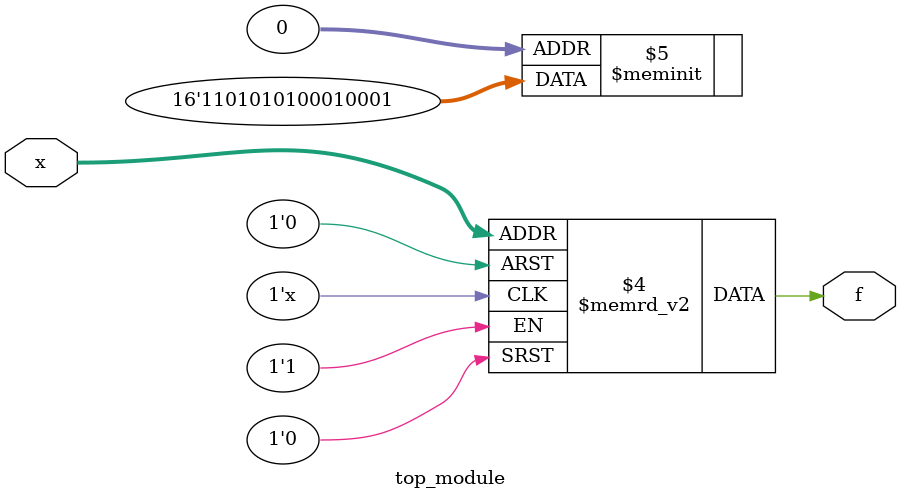
<source format=sv>
module top_module (
    input [4:1] x,
    output logic f
);

always_comb begin
    case (x)
        4'b0000, 4'b1010, 4'b1100, 4'b1110, 4'b1111: f = 1'b1;
        4'b0001, 4'b0010, 4'b0011, 4'b0101, 4'b0110, 4'b0111, 4'b1001, 4'b1011, 4'b1101: f = 1'b0;
        4'b0100, 4'b1000: f = 1'b1;
        default: f = 1'bx;
    endcase
end

endmodule

</source>
